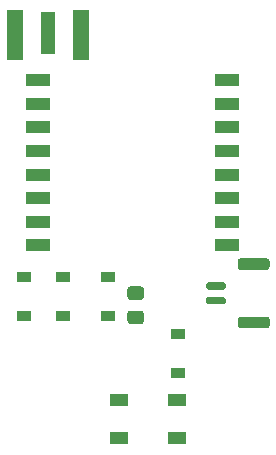
<source format=gbr>
%TF.GenerationSoftware,KiCad,Pcbnew,(5.1.10)-1*%
%TF.CreationDate,2022-02-17T21:59:24+01:00*%
%TF.ProjectId,TinyLora102,54696e79-4c6f-4726-9131-30322e6b6963,rev?*%
%TF.SameCoordinates,Original*%
%TF.FileFunction,Paste,Top*%
%TF.FilePolarity,Positive*%
%FSLAX46Y46*%
G04 Gerber Fmt 4.6, Leading zero omitted, Abs format (unit mm)*
G04 Created by KiCad (PCBNEW (5.1.10)-1) date 2022-02-17 21:59:24*
%MOMM*%
%LPD*%
G01*
G04 APERTURE LIST*
%ADD10R,2.000000X1.000000*%
%ADD11R,1.200000X0.900000*%
%ADD12R,1.270000X3.600000*%
%ADD13R,1.350000X4.200000*%
%ADD14R,1.500000X1.000000*%
G04 APERTURE END LIST*
%TO.C,Je*%
G36*
G01*
X122418000Y-120885000D02*
X120218000Y-120885000D01*
G75*
G02*
X119968000Y-120635000I0J250000D01*
G01*
X119968000Y-120135000D01*
G75*
G02*
X120218000Y-119885000I250000J0D01*
G01*
X122418000Y-119885000D01*
G75*
G02*
X122668000Y-120135000I0J-250000D01*
G01*
X122668000Y-120635000D01*
G75*
G02*
X122418000Y-120885000I-250000J0D01*
G01*
G37*
G36*
G01*
X122418000Y-125835000D02*
X120218000Y-125835000D01*
G75*
G02*
X119968000Y-125585000I0J250000D01*
G01*
X119968000Y-125085000D01*
G75*
G02*
X120218000Y-124835000I250000J0D01*
G01*
X122418000Y-124835000D01*
G75*
G02*
X122668000Y-125085000I0J-250000D01*
G01*
X122668000Y-125585000D01*
G75*
G02*
X122418000Y-125835000I-250000J0D01*
G01*
G37*
G36*
G01*
X118818000Y-122535000D02*
X117418000Y-122535000D01*
G75*
G02*
X117268000Y-122385000I0J150000D01*
G01*
X117268000Y-122085000D01*
G75*
G02*
X117418000Y-121935000I150000J0D01*
G01*
X118818000Y-121935000D01*
G75*
G02*
X118968000Y-122085000I0J-150000D01*
G01*
X118968000Y-122385000D01*
G75*
G02*
X118818000Y-122535000I-150000J0D01*
G01*
G37*
G36*
G01*
X118818000Y-123785000D02*
X117418000Y-123785000D01*
G75*
G02*
X117268000Y-123635000I0J150000D01*
G01*
X117268000Y-123335000D01*
G75*
G02*
X117418000Y-123185000I150000J0D01*
G01*
X118818000Y-123185000D01*
G75*
G02*
X118968000Y-123335000I0J-150000D01*
G01*
X118968000Y-123635000D01*
G75*
G02*
X118818000Y-123785000I-150000J0D01*
G01*
G37*
%TD*%
D10*
%TO.C,RFM95*%
X103078000Y-118800000D03*
X103078000Y-116800000D03*
X103078000Y-114800000D03*
X103078000Y-112800000D03*
X103078000Y-110800000D03*
X103078000Y-108800000D03*
X103078000Y-106800000D03*
X103078000Y-104800000D03*
X119078000Y-104800000D03*
X119078000Y-106800000D03*
X119078000Y-108800000D03*
X119078000Y-110800000D03*
X119078000Y-112800000D03*
X119078000Y-114800000D03*
X119078000Y-116800000D03*
X119078000Y-118800000D03*
%TD*%
D11*
%TO.C,D1*%
X108966000Y-121464000D03*
X108966000Y-124764000D03*
%TD*%
%TO.C,D3*%
X101854000Y-121464000D03*
X101854000Y-124764000D03*
%TD*%
%TO.C,D2*%
X105156000Y-121464000D03*
X105156000Y-124764000D03*
%TD*%
D12*
%TO.C,AE1*%
X103900000Y-100816000D03*
D13*
X101075000Y-101016000D03*
X106725000Y-101016000D03*
%TD*%
D14*
%TO.C,D5*%
X109898000Y-131928000D03*
X109898000Y-135128000D03*
X114798000Y-131928000D03*
X114798000Y-135128000D03*
%TD*%
D11*
%TO.C,D4*%
X114888000Y-126290000D03*
X114888000Y-129590000D03*
%TD*%
%TO.C,R2*%
G36*
G01*
X110881999Y-124326000D02*
X111782001Y-124326000D01*
G75*
G02*
X112032000Y-124575999I0J-249999D01*
G01*
X112032000Y-125226001D01*
G75*
G02*
X111782001Y-125476000I-249999J0D01*
G01*
X110881999Y-125476000D01*
G75*
G02*
X110632000Y-125226001I0J249999D01*
G01*
X110632000Y-124575999D01*
G75*
G02*
X110881999Y-124326000I249999J0D01*
G01*
G37*
G36*
G01*
X110881999Y-122276000D02*
X111782001Y-122276000D01*
G75*
G02*
X112032000Y-122525999I0J-249999D01*
G01*
X112032000Y-123176001D01*
G75*
G02*
X111782001Y-123426000I-249999J0D01*
G01*
X110881999Y-123426000D01*
G75*
G02*
X110632000Y-123176001I0J249999D01*
G01*
X110632000Y-122525999D01*
G75*
G02*
X110881999Y-122276000I249999J0D01*
G01*
G37*
%TD*%
M02*

</source>
